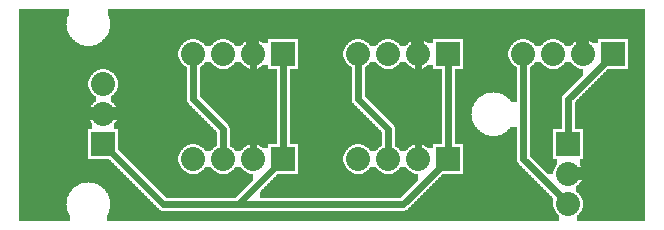
<source format=gtl>
G04 MADE WITH FRITZING*
G04 WWW.FRITZING.ORG*
G04 DOUBLE SIDED*
G04 HOLES PLATED*
G04 CONTOUR ON CENTER OF CONTOUR VECTOR*
%ASAXBY*%
%FSLAX23Y23*%
%MOIN*%
%OFA0B0*%
%SFA1.0B1.0*%
%ADD10C,0.075000*%
%ADD11C,0.080000*%
%ADD12R,0.080000X0.080000*%
%ADD13C,0.024000*%
%LNCOPPER1*%
G90*
G70*
G54D10*
X107Y691D03*
X712Y475D03*
X1262Y475D03*
G54D11*
X2020Y597D03*
X1920Y597D03*
X1820Y597D03*
X1720Y597D03*
X1470Y247D03*
X1370Y247D03*
X1270Y247D03*
X1170Y247D03*
X1470Y597D03*
X1370Y597D03*
X1270Y597D03*
X1170Y597D03*
X920Y247D03*
X820Y247D03*
X720Y247D03*
X620Y247D03*
X920Y597D03*
X820Y597D03*
X720Y597D03*
X620Y597D03*
X320Y297D03*
X320Y397D03*
X320Y497D03*
X1870Y297D03*
X1870Y197D03*
X1870Y97D03*
G54D12*
X2020Y597D03*
X1470Y247D03*
X1470Y597D03*
X920Y247D03*
X920Y597D03*
X320Y297D03*
X1870Y297D03*
G54D13*
X620Y566D02*
X620Y448D01*
D02*
X620Y448D02*
X720Y347D01*
D02*
X720Y347D02*
X720Y279D01*
D02*
X1270Y347D02*
X1270Y279D01*
D02*
X1169Y448D02*
X1270Y347D01*
D02*
X1170Y566D02*
X1169Y448D01*
D02*
X1720Y248D02*
X1720Y566D01*
D02*
X1848Y120D02*
X1720Y248D01*
D02*
X820Y279D02*
X820Y566D01*
D02*
X920Y279D02*
X920Y566D01*
D02*
X1370Y279D02*
X1370Y566D01*
D02*
X1470Y279D02*
X1470Y566D01*
D02*
X1870Y448D02*
X1998Y575D01*
D02*
X1870Y329D02*
X1870Y448D01*
D02*
X769Y97D02*
X1320Y97D01*
D02*
X1320Y97D02*
X1448Y225D01*
D02*
X769Y97D02*
X898Y226D01*
D02*
X519Y97D02*
X769Y97D01*
D02*
X342Y275D02*
X519Y97D01*
G36*
X40Y747D02*
X40Y625D01*
X254Y625D01*
X254Y627D01*
X248Y627D01*
X248Y629D01*
X242Y629D01*
X242Y631D01*
X238Y631D01*
X238Y633D01*
X234Y633D01*
X234Y635D01*
X232Y635D01*
X232Y637D01*
X228Y637D01*
X228Y639D01*
X226Y639D01*
X226Y641D01*
X224Y641D01*
X224Y643D01*
X220Y643D01*
X220Y645D01*
X218Y645D01*
X218Y647D01*
X216Y647D01*
X216Y651D01*
X214Y651D01*
X214Y653D01*
X212Y653D01*
X212Y655D01*
X210Y655D01*
X210Y659D01*
X208Y659D01*
X208Y661D01*
X206Y661D01*
X206Y665D01*
X204Y665D01*
X204Y669D01*
X202Y669D01*
X202Y675D01*
X200Y675D01*
X200Y681D01*
X198Y681D01*
X198Y695D01*
X196Y695D01*
X196Y699D01*
X198Y699D01*
X198Y713D01*
X200Y713D01*
X200Y721D01*
X202Y721D01*
X202Y725D01*
X204Y725D01*
X204Y747D01*
X40Y747D01*
G37*
D02*
G36*
X336Y747D02*
X336Y725D01*
X338Y725D01*
X338Y719D01*
X340Y719D01*
X340Y713D01*
X342Y713D01*
X342Y681D01*
X340Y681D01*
X340Y675D01*
X338Y675D01*
X338Y669D01*
X336Y669D01*
X336Y665D01*
X334Y665D01*
X334Y661D01*
X332Y661D01*
X332Y659D01*
X330Y659D01*
X330Y655D01*
X328Y655D01*
X328Y653D01*
X326Y653D01*
X326Y651D01*
X324Y651D01*
X324Y649D01*
X322Y649D01*
X322Y647D01*
X2070Y647D01*
X2070Y547D01*
X2000Y547D01*
X2000Y545D01*
X1998Y545D01*
X1998Y543D01*
X1996Y543D01*
X1996Y541D01*
X1994Y541D01*
X1994Y539D01*
X1992Y539D01*
X1992Y537D01*
X1990Y537D01*
X1990Y535D01*
X1988Y535D01*
X1988Y533D01*
X1986Y533D01*
X1986Y531D01*
X1984Y531D01*
X1984Y529D01*
X1982Y529D01*
X1982Y527D01*
X1980Y527D01*
X1980Y525D01*
X1978Y525D01*
X1978Y523D01*
X1976Y523D01*
X1976Y521D01*
X1974Y521D01*
X1974Y519D01*
X1972Y519D01*
X1972Y517D01*
X1970Y517D01*
X1970Y515D01*
X1968Y515D01*
X1968Y513D01*
X1966Y513D01*
X1966Y511D01*
X1964Y511D01*
X1964Y509D01*
X1962Y509D01*
X1962Y507D01*
X1960Y507D01*
X1960Y505D01*
X1958Y505D01*
X1958Y503D01*
X1956Y503D01*
X1956Y501D01*
X1954Y501D01*
X1954Y499D01*
X1952Y499D01*
X1952Y497D01*
X1950Y497D01*
X1950Y495D01*
X1948Y495D01*
X1948Y493D01*
X1946Y493D01*
X1946Y491D01*
X1944Y491D01*
X1944Y489D01*
X1942Y489D01*
X1942Y487D01*
X1940Y487D01*
X1940Y485D01*
X1938Y485D01*
X1938Y483D01*
X1936Y483D01*
X1936Y481D01*
X1934Y481D01*
X1934Y479D01*
X1932Y479D01*
X1932Y477D01*
X1930Y477D01*
X1930Y475D01*
X1928Y475D01*
X1928Y473D01*
X1926Y473D01*
X1926Y471D01*
X1924Y471D01*
X1924Y469D01*
X1922Y469D01*
X1922Y467D01*
X1920Y467D01*
X1920Y465D01*
X1918Y465D01*
X1918Y463D01*
X1916Y463D01*
X1916Y461D01*
X1914Y461D01*
X1914Y459D01*
X1912Y459D01*
X1912Y457D01*
X1910Y457D01*
X1910Y455D01*
X1908Y455D01*
X1908Y453D01*
X1906Y453D01*
X1906Y451D01*
X1904Y451D01*
X1904Y449D01*
X1902Y449D01*
X1902Y447D01*
X1900Y447D01*
X1900Y445D01*
X1898Y445D01*
X1898Y443D01*
X1896Y443D01*
X1896Y441D01*
X1894Y441D01*
X1894Y439D01*
X1892Y439D01*
X1892Y347D01*
X1920Y347D01*
X1920Y247D01*
X1908Y247D01*
X1908Y225D01*
X1910Y225D01*
X1910Y223D01*
X1912Y223D01*
X1912Y219D01*
X1914Y219D01*
X1914Y217D01*
X1916Y217D01*
X1916Y211D01*
X1918Y211D01*
X1918Y205D01*
X1920Y205D01*
X1920Y189D01*
X1918Y189D01*
X1918Y183D01*
X1916Y183D01*
X1916Y177D01*
X1914Y177D01*
X1914Y175D01*
X1912Y175D01*
X1912Y171D01*
X1910Y171D01*
X1910Y169D01*
X1908Y169D01*
X1908Y167D01*
X1906Y167D01*
X1906Y163D01*
X1904Y163D01*
X1904Y161D01*
X1900Y161D01*
X1900Y159D01*
X1898Y159D01*
X1898Y157D01*
X1896Y157D01*
X1896Y137D01*
X1898Y137D01*
X1898Y135D01*
X1902Y135D01*
X1902Y133D01*
X1904Y133D01*
X1904Y131D01*
X1906Y131D01*
X1906Y129D01*
X1908Y129D01*
X1908Y125D01*
X1910Y125D01*
X1910Y123D01*
X1912Y123D01*
X1912Y119D01*
X1914Y119D01*
X1914Y117D01*
X1916Y117D01*
X1916Y111D01*
X1918Y111D01*
X1918Y105D01*
X1920Y105D01*
X1920Y89D01*
X1918Y89D01*
X1918Y83D01*
X1916Y83D01*
X1916Y77D01*
X1914Y77D01*
X1914Y75D01*
X1912Y75D01*
X1912Y71D01*
X1910Y71D01*
X1910Y69D01*
X1908Y69D01*
X1908Y67D01*
X1906Y67D01*
X1906Y63D01*
X1904Y63D01*
X1904Y61D01*
X1900Y61D01*
X1900Y41D01*
X2124Y41D01*
X2124Y747D01*
X336Y747D01*
G37*
D02*
G36*
X320Y647D02*
X320Y645D01*
X318Y645D01*
X318Y643D01*
X316Y643D01*
X316Y641D01*
X314Y641D01*
X314Y639D01*
X312Y639D01*
X312Y637D01*
X308Y637D01*
X308Y635D01*
X306Y635D01*
X306Y633D01*
X302Y633D01*
X302Y631D01*
X298Y631D01*
X298Y629D01*
X292Y629D01*
X292Y627D01*
X286Y627D01*
X286Y625D01*
X580Y625D01*
X580Y627D01*
X582Y627D01*
X582Y629D01*
X584Y629D01*
X584Y631D01*
X586Y631D01*
X586Y633D01*
X588Y633D01*
X588Y635D01*
X590Y635D01*
X590Y637D01*
X594Y637D01*
X594Y639D01*
X596Y639D01*
X596Y641D01*
X600Y641D01*
X600Y643D01*
X604Y643D01*
X604Y645D01*
X610Y645D01*
X610Y647D01*
X320Y647D01*
G37*
D02*
G36*
X628Y647D02*
X628Y645D01*
X636Y645D01*
X636Y643D01*
X640Y643D01*
X640Y641D01*
X642Y641D01*
X642Y639D01*
X646Y639D01*
X646Y637D01*
X648Y637D01*
X648Y635D01*
X652Y635D01*
X652Y633D01*
X654Y633D01*
X654Y631D01*
X656Y631D01*
X656Y629D01*
X658Y629D01*
X658Y625D01*
X660Y625D01*
X660Y623D01*
X680Y623D01*
X680Y627D01*
X682Y627D01*
X682Y629D01*
X684Y629D01*
X684Y631D01*
X686Y631D01*
X686Y633D01*
X688Y633D01*
X688Y635D01*
X690Y635D01*
X690Y637D01*
X694Y637D01*
X694Y639D01*
X696Y639D01*
X696Y641D01*
X700Y641D01*
X700Y643D01*
X704Y643D01*
X704Y645D01*
X710Y645D01*
X710Y647D01*
X628Y647D01*
G37*
D02*
G36*
X728Y647D02*
X728Y645D01*
X736Y645D01*
X736Y643D01*
X740Y643D01*
X740Y641D01*
X742Y641D01*
X742Y639D01*
X746Y639D01*
X746Y637D01*
X748Y637D01*
X748Y635D01*
X752Y635D01*
X752Y633D01*
X754Y633D01*
X754Y631D01*
X756Y631D01*
X756Y629D01*
X758Y629D01*
X758Y625D01*
X760Y625D01*
X760Y623D01*
X780Y623D01*
X780Y627D01*
X782Y627D01*
X782Y629D01*
X784Y629D01*
X784Y631D01*
X786Y631D01*
X786Y633D01*
X788Y633D01*
X788Y635D01*
X790Y635D01*
X790Y637D01*
X794Y637D01*
X794Y639D01*
X796Y639D01*
X796Y641D01*
X800Y641D01*
X800Y643D01*
X804Y643D01*
X804Y645D01*
X810Y645D01*
X810Y647D01*
X728Y647D01*
G37*
D02*
G36*
X828Y647D02*
X828Y645D01*
X836Y645D01*
X836Y643D01*
X840Y643D01*
X840Y641D01*
X842Y641D01*
X842Y639D01*
X846Y639D01*
X846Y637D01*
X848Y637D01*
X848Y635D01*
X870Y635D01*
X870Y647D01*
X828Y647D01*
G37*
D02*
G36*
X970Y647D02*
X970Y547D01*
X942Y547D01*
X942Y297D01*
X1178Y297D01*
X1178Y295D01*
X1186Y295D01*
X1186Y293D01*
X1190Y293D01*
X1190Y291D01*
X1192Y291D01*
X1192Y289D01*
X1196Y289D01*
X1196Y287D01*
X1198Y287D01*
X1198Y285D01*
X1202Y285D01*
X1202Y283D01*
X1204Y283D01*
X1204Y281D01*
X1206Y281D01*
X1206Y279D01*
X1208Y279D01*
X1208Y275D01*
X1210Y275D01*
X1210Y273D01*
X1230Y273D01*
X1230Y277D01*
X1232Y277D01*
X1232Y279D01*
X1234Y279D01*
X1234Y281D01*
X1236Y281D01*
X1236Y283D01*
X1238Y283D01*
X1238Y285D01*
X1240Y285D01*
X1240Y287D01*
X1244Y287D01*
X1244Y289D01*
X1246Y289D01*
X1246Y291D01*
X1248Y291D01*
X1248Y339D01*
X1246Y339D01*
X1246Y341D01*
X1244Y341D01*
X1244Y343D01*
X1242Y343D01*
X1242Y345D01*
X1240Y345D01*
X1240Y347D01*
X1238Y347D01*
X1238Y349D01*
X1236Y349D01*
X1236Y351D01*
X1234Y351D01*
X1234Y353D01*
X1232Y353D01*
X1232Y355D01*
X1230Y355D01*
X1230Y357D01*
X1228Y357D01*
X1228Y359D01*
X1226Y359D01*
X1226Y361D01*
X1224Y361D01*
X1224Y363D01*
X1222Y363D01*
X1222Y365D01*
X1220Y365D01*
X1220Y367D01*
X1218Y367D01*
X1218Y369D01*
X1216Y369D01*
X1216Y371D01*
X1214Y371D01*
X1214Y373D01*
X1212Y373D01*
X1212Y375D01*
X1210Y375D01*
X1210Y377D01*
X1208Y377D01*
X1208Y379D01*
X1206Y379D01*
X1206Y381D01*
X1204Y381D01*
X1204Y383D01*
X1202Y383D01*
X1202Y385D01*
X1200Y385D01*
X1200Y387D01*
X1198Y387D01*
X1198Y389D01*
X1196Y389D01*
X1196Y391D01*
X1194Y391D01*
X1194Y393D01*
X1192Y393D01*
X1192Y395D01*
X1190Y395D01*
X1190Y397D01*
X1188Y397D01*
X1188Y399D01*
X1186Y399D01*
X1186Y401D01*
X1184Y401D01*
X1184Y403D01*
X1182Y403D01*
X1182Y405D01*
X1180Y405D01*
X1180Y407D01*
X1178Y407D01*
X1178Y409D01*
X1176Y409D01*
X1176Y411D01*
X1174Y411D01*
X1174Y413D01*
X1172Y413D01*
X1172Y415D01*
X1170Y415D01*
X1170Y417D01*
X1168Y417D01*
X1168Y419D01*
X1166Y419D01*
X1166Y421D01*
X1164Y421D01*
X1164Y423D01*
X1162Y423D01*
X1162Y425D01*
X1160Y425D01*
X1160Y427D01*
X1158Y427D01*
X1158Y429D01*
X1156Y429D01*
X1156Y431D01*
X1154Y431D01*
X1154Y433D01*
X1152Y433D01*
X1152Y435D01*
X1150Y435D01*
X1150Y439D01*
X1148Y439D01*
X1148Y555D01*
X1144Y555D01*
X1144Y557D01*
X1142Y557D01*
X1142Y559D01*
X1138Y559D01*
X1138Y561D01*
X1136Y561D01*
X1136Y563D01*
X1134Y563D01*
X1134Y565D01*
X1132Y565D01*
X1132Y569D01*
X1130Y569D01*
X1130Y571D01*
X1128Y571D01*
X1128Y575D01*
X1126Y575D01*
X1126Y577D01*
X1124Y577D01*
X1124Y581D01*
X1122Y581D01*
X1122Y589D01*
X1120Y589D01*
X1120Y607D01*
X1122Y607D01*
X1122Y613D01*
X1124Y613D01*
X1124Y617D01*
X1126Y617D01*
X1126Y621D01*
X1128Y621D01*
X1128Y623D01*
X1130Y623D01*
X1130Y627D01*
X1132Y627D01*
X1132Y629D01*
X1134Y629D01*
X1134Y631D01*
X1136Y631D01*
X1136Y633D01*
X1138Y633D01*
X1138Y635D01*
X1140Y635D01*
X1140Y637D01*
X1144Y637D01*
X1144Y639D01*
X1146Y639D01*
X1146Y641D01*
X1150Y641D01*
X1150Y643D01*
X1154Y643D01*
X1154Y645D01*
X1160Y645D01*
X1160Y647D01*
X970Y647D01*
G37*
D02*
G36*
X1178Y647D02*
X1178Y645D01*
X1186Y645D01*
X1186Y643D01*
X1190Y643D01*
X1190Y641D01*
X1192Y641D01*
X1192Y639D01*
X1196Y639D01*
X1196Y637D01*
X1198Y637D01*
X1198Y635D01*
X1202Y635D01*
X1202Y633D01*
X1204Y633D01*
X1204Y631D01*
X1206Y631D01*
X1206Y629D01*
X1208Y629D01*
X1208Y625D01*
X1210Y625D01*
X1210Y623D01*
X1230Y623D01*
X1230Y627D01*
X1232Y627D01*
X1232Y629D01*
X1234Y629D01*
X1234Y631D01*
X1236Y631D01*
X1236Y633D01*
X1238Y633D01*
X1238Y635D01*
X1240Y635D01*
X1240Y637D01*
X1244Y637D01*
X1244Y639D01*
X1246Y639D01*
X1246Y641D01*
X1250Y641D01*
X1250Y643D01*
X1254Y643D01*
X1254Y645D01*
X1260Y645D01*
X1260Y647D01*
X1178Y647D01*
G37*
D02*
G36*
X1278Y647D02*
X1278Y645D01*
X1286Y645D01*
X1286Y643D01*
X1290Y643D01*
X1290Y641D01*
X1292Y641D01*
X1292Y639D01*
X1296Y639D01*
X1296Y637D01*
X1298Y637D01*
X1298Y635D01*
X1302Y635D01*
X1302Y633D01*
X1304Y633D01*
X1304Y631D01*
X1306Y631D01*
X1306Y629D01*
X1308Y629D01*
X1308Y625D01*
X1310Y625D01*
X1310Y623D01*
X1330Y623D01*
X1330Y627D01*
X1332Y627D01*
X1332Y629D01*
X1334Y629D01*
X1334Y631D01*
X1336Y631D01*
X1336Y633D01*
X1338Y633D01*
X1338Y635D01*
X1340Y635D01*
X1340Y637D01*
X1344Y637D01*
X1344Y639D01*
X1346Y639D01*
X1346Y641D01*
X1350Y641D01*
X1350Y643D01*
X1354Y643D01*
X1354Y645D01*
X1360Y645D01*
X1360Y647D01*
X1278Y647D01*
G37*
D02*
G36*
X1378Y647D02*
X1378Y645D01*
X1386Y645D01*
X1386Y643D01*
X1390Y643D01*
X1390Y641D01*
X1392Y641D01*
X1392Y639D01*
X1396Y639D01*
X1396Y637D01*
X1398Y637D01*
X1398Y635D01*
X1420Y635D01*
X1420Y647D01*
X1378Y647D01*
G37*
D02*
G36*
X1520Y647D02*
X1520Y547D01*
X1492Y547D01*
X1492Y471D01*
X1622Y471D01*
X1622Y469D01*
X1636Y469D01*
X1636Y467D01*
X1642Y467D01*
X1642Y465D01*
X1648Y465D01*
X1648Y463D01*
X1652Y463D01*
X1652Y461D01*
X1656Y461D01*
X1656Y459D01*
X1658Y459D01*
X1658Y457D01*
X1662Y457D01*
X1662Y455D01*
X1664Y455D01*
X1664Y453D01*
X1666Y453D01*
X1666Y451D01*
X1670Y451D01*
X1670Y449D01*
X1672Y449D01*
X1672Y447D01*
X1674Y447D01*
X1674Y443D01*
X1676Y443D01*
X1676Y441D01*
X1678Y441D01*
X1678Y439D01*
X1698Y439D01*
X1698Y555D01*
X1694Y555D01*
X1694Y557D01*
X1692Y557D01*
X1692Y559D01*
X1688Y559D01*
X1688Y561D01*
X1686Y561D01*
X1686Y563D01*
X1684Y563D01*
X1684Y565D01*
X1682Y565D01*
X1682Y569D01*
X1680Y569D01*
X1680Y571D01*
X1678Y571D01*
X1678Y575D01*
X1676Y575D01*
X1676Y577D01*
X1674Y577D01*
X1674Y581D01*
X1672Y581D01*
X1672Y589D01*
X1670Y589D01*
X1670Y607D01*
X1672Y607D01*
X1672Y613D01*
X1674Y613D01*
X1674Y617D01*
X1676Y617D01*
X1676Y621D01*
X1678Y621D01*
X1678Y623D01*
X1680Y623D01*
X1680Y627D01*
X1682Y627D01*
X1682Y629D01*
X1684Y629D01*
X1684Y631D01*
X1686Y631D01*
X1686Y633D01*
X1688Y633D01*
X1688Y635D01*
X1690Y635D01*
X1690Y637D01*
X1694Y637D01*
X1694Y639D01*
X1696Y639D01*
X1696Y641D01*
X1700Y641D01*
X1700Y643D01*
X1704Y643D01*
X1704Y645D01*
X1710Y645D01*
X1710Y647D01*
X1520Y647D01*
G37*
D02*
G36*
X1728Y647D02*
X1728Y645D01*
X1736Y645D01*
X1736Y643D01*
X1740Y643D01*
X1740Y641D01*
X1742Y641D01*
X1742Y639D01*
X1746Y639D01*
X1746Y637D01*
X1748Y637D01*
X1748Y635D01*
X1752Y635D01*
X1752Y633D01*
X1754Y633D01*
X1754Y631D01*
X1756Y631D01*
X1756Y629D01*
X1758Y629D01*
X1758Y625D01*
X1760Y625D01*
X1760Y623D01*
X1780Y623D01*
X1780Y627D01*
X1782Y627D01*
X1782Y629D01*
X1784Y629D01*
X1784Y631D01*
X1786Y631D01*
X1786Y633D01*
X1788Y633D01*
X1788Y635D01*
X1790Y635D01*
X1790Y637D01*
X1794Y637D01*
X1794Y639D01*
X1796Y639D01*
X1796Y641D01*
X1800Y641D01*
X1800Y643D01*
X1804Y643D01*
X1804Y645D01*
X1810Y645D01*
X1810Y647D01*
X1728Y647D01*
G37*
D02*
G36*
X1828Y647D02*
X1828Y645D01*
X1836Y645D01*
X1836Y643D01*
X1840Y643D01*
X1840Y641D01*
X1842Y641D01*
X1842Y639D01*
X1846Y639D01*
X1846Y637D01*
X1848Y637D01*
X1848Y635D01*
X1852Y635D01*
X1852Y633D01*
X1854Y633D01*
X1854Y631D01*
X1856Y631D01*
X1856Y629D01*
X1858Y629D01*
X1858Y625D01*
X1860Y625D01*
X1860Y623D01*
X1880Y623D01*
X1880Y627D01*
X1882Y627D01*
X1882Y629D01*
X1884Y629D01*
X1884Y631D01*
X1886Y631D01*
X1886Y633D01*
X1888Y633D01*
X1888Y635D01*
X1890Y635D01*
X1890Y637D01*
X1894Y637D01*
X1894Y639D01*
X1896Y639D01*
X1896Y641D01*
X1900Y641D01*
X1900Y643D01*
X1904Y643D01*
X1904Y645D01*
X1910Y645D01*
X1910Y647D01*
X1828Y647D01*
G37*
D02*
G36*
X1928Y647D02*
X1928Y645D01*
X1936Y645D01*
X1936Y643D01*
X1940Y643D01*
X1940Y641D01*
X1942Y641D01*
X1942Y639D01*
X1946Y639D01*
X1946Y637D01*
X1948Y637D01*
X1948Y635D01*
X1970Y635D01*
X1970Y647D01*
X1928Y647D01*
G37*
D02*
G36*
X40Y625D02*
X40Y623D01*
X580Y623D01*
X580Y625D01*
X40Y625D01*
G37*
D02*
G36*
X40Y625D02*
X40Y623D01*
X580Y623D01*
X580Y625D01*
X40Y625D01*
G37*
D02*
G36*
X40Y623D02*
X40Y547D01*
X328Y547D01*
X328Y545D01*
X336Y545D01*
X336Y543D01*
X340Y543D01*
X340Y541D01*
X342Y541D01*
X342Y539D01*
X346Y539D01*
X346Y537D01*
X348Y537D01*
X348Y535D01*
X352Y535D01*
X352Y533D01*
X354Y533D01*
X354Y531D01*
X356Y531D01*
X356Y529D01*
X358Y529D01*
X358Y525D01*
X360Y525D01*
X360Y523D01*
X362Y523D01*
X362Y519D01*
X364Y519D01*
X364Y517D01*
X366Y517D01*
X366Y511D01*
X368Y511D01*
X368Y505D01*
X370Y505D01*
X370Y489D01*
X368Y489D01*
X368Y483D01*
X366Y483D01*
X366Y477D01*
X364Y477D01*
X364Y475D01*
X362Y475D01*
X362Y471D01*
X360Y471D01*
X360Y469D01*
X358Y469D01*
X358Y467D01*
X356Y467D01*
X356Y463D01*
X354Y463D01*
X354Y461D01*
X350Y461D01*
X350Y459D01*
X348Y459D01*
X348Y457D01*
X346Y457D01*
X346Y437D01*
X348Y437D01*
X348Y435D01*
X352Y435D01*
X352Y433D01*
X354Y433D01*
X354Y431D01*
X356Y431D01*
X356Y429D01*
X358Y429D01*
X358Y425D01*
X360Y425D01*
X360Y423D01*
X362Y423D01*
X362Y419D01*
X364Y419D01*
X364Y417D01*
X366Y417D01*
X366Y411D01*
X368Y411D01*
X368Y405D01*
X370Y405D01*
X370Y389D01*
X368Y389D01*
X368Y383D01*
X366Y383D01*
X366Y377D01*
X364Y377D01*
X364Y375D01*
X362Y375D01*
X362Y371D01*
X360Y371D01*
X360Y369D01*
X358Y369D01*
X358Y367D01*
X356Y367D01*
X356Y347D01*
X370Y347D01*
X370Y297D01*
X628Y297D01*
X628Y295D01*
X636Y295D01*
X636Y293D01*
X640Y293D01*
X640Y291D01*
X642Y291D01*
X642Y289D01*
X646Y289D01*
X646Y287D01*
X648Y287D01*
X648Y285D01*
X652Y285D01*
X652Y283D01*
X654Y283D01*
X654Y281D01*
X656Y281D01*
X656Y279D01*
X658Y279D01*
X658Y275D01*
X660Y275D01*
X660Y273D01*
X680Y273D01*
X680Y277D01*
X682Y277D01*
X682Y279D01*
X684Y279D01*
X684Y281D01*
X686Y281D01*
X686Y283D01*
X688Y283D01*
X688Y285D01*
X690Y285D01*
X690Y287D01*
X694Y287D01*
X694Y289D01*
X696Y289D01*
X696Y291D01*
X698Y291D01*
X698Y339D01*
X696Y339D01*
X696Y341D01*
X694Y341D01*
X694Y343D01*
X692Y343D01*
X692Y345D01*
X690Y345D01*
X690Y347D01*
X688Y347D01*
X688Y349D01*
X686Y349D01*
X686Y351D01*
X684Y351D01*
X684Y353D01*
X682Y353D01*
X682Y355D01*
X680Y355D01*
X680Y357D01*
X678Y357D01*
X678Y359D01*
X676Y359D01*
X676Y361D01*
X674Y361D01*
X674Y363D01*
X672Y363D01*
X672Y365D01*
X670Y365D01*
X670Y367D01*
X668Y367D01*
X668Y369D01*
X666Y369D01*
X666Y371D01*
X664Y371D01*
X664Y373D01*
X662Y373D01*
X662Y375D01*
X660Y375D01*
X660Y377D01*
X658Y377D01*
X658Y379D01*
X656Y379D01*
X656Y381D01*
X654Y381D01*
X654Y383D01*
X652Y383D01*
X652Y385D01*
X650Y385D01*
X650Y387D01*
X648Y387D01*
X648Y389D01*
X646Y389D01*
X646Y391D01*
X644Y391D01*
X644Y393D01*
X642Y393D01*
X642Y395D01*
X640Y395D01*
X640Y397D01*
X638Y397D01*
X638Y399D01*
X636Y399D01*
X636Y401D01*
X634Y401D01*
X634Y403D01*
X632Y403D01*
X632Y405D01*
X630Y405D01*
X630Y407D01*
X628Y407D01*
X628Y409D01*
X626Y409D01*
X626Y411D01*
X624Y411D01*
X624Y413D01*
X622Y413D01*
X622Y415D01*
X620Y415D01*
X620Y417D01*
X618Y417D01*
X618Y419D01*
X616Y419D01*
X616Y421D01*
X614Y421D01*
X614Y423D01*
X612Y423D01*
X612Y425D01*
X610Y425D01*
X610Y427D01*
X608Y427D01*
X608Y429D01*
X606Y429D01*
X606Y431D01*
X604Y431D01*
X604Y433D01*
X602Y433D01*
X602Y437D01*
X600Y437D01*
X600Y441D01*
X598Y441D01*
X598Y555D01*
X594Y555D01*
X594Y557D01*
X592Y557D01*
X592Y559D01*
X588Y559D01*
X588Y561D01*
X586Y561D01*
X586Y563D01*
X584Y563D01*
X584Y565D01*
X582Y565D01*
X582Y569D01*
X580Y569D01*
X580Y571D01*
X578Y571D01*
X578Y575D01*
X576Y575D01*
X576Y577D01*
X574Y577D01*
X574Y581D01*
X572Y581D01*
X572Y589D01*
X570Y589D01*
X570Y607D01*
X572Y607D01*
X572Y613D01*
X574Y613D01*
X574Y617D01*
X576Y617D01*
X576Y621D01*
X578Y621D01*
X578Y623D01*
X40Y623D01*
G37*
D02*
G36*
X40Y547D02*
X40Y171D01*
X272Y171D01*
X272Y169D01*
X286Y169D01*
X286Y167D01*
X292Y167D01*
X292Y165D01*
X298Y165D01*
X298Y163D01*
X302Y163D01*
X302Y161D01*
X306Y161D01*
X306Y159D01*
X308Y159D01*
X308Y157D01*
X312Y157D01*
X312Y155D01*
X314Y155D01*
X314Y153D01*
X316Y153D01*
X316Y151D01*
X320Y151D01*
X320Y149D01*
X322Y149D01*
X322Y147D01*
X324Y147D01*
X324Y143D01*
X326Y143D01*
X326Y141D01*
X328Y141D01*
X328Y139D01*
X330Y139D01*
X330Y135D01*
X332Y135D01*
X332Y133D01*
X334Y133D01*
X334Y129D01*
X336Y129D01*
X336Y125D01*
X338Y125D01*
X338Y119D01*
X340Y119D01*
X340Y113D01*
X342Y113D01*
X342Y81D01*
X340Y81D01*
X340Y75D01*
X512Y75D01*
X512Y77D01*
X508Y77D01*
X508Y79D01*
X506Y79D01*
X506Y81D01*
X504Y81D01*
X504Y83D01*
X502Y83D01*
X502Y85D01*
X500Y85D01*
X500Y87D01*
X498Y87D01*
X498Y89D01*
X496Y89D01*
X496Y91D01*
X494Y91D01*
X494Y93D01*
X492Y93D01*
X492Y95D01*
X490Y95D01*
X490Y97D01*
X488Y97D01*
X488Y99D01*
X486Y99D01*
X486Y101D01*
X484Y101D01*
X484Y103D01*
X482Y103D01*
X482Y105D01*
X480Y105D01*
X480Y107D01*
X478Y107D01*
X478Y109D01*
X476Y109D01*
X476Y111D01*
X474Y111D01*
X474Y113D01*
X472Y113D01*
X472Y115D01*
X470Y115D01*
X470Y117D01*
X468Y117D01*
X468Y119D01*
X466Y119D01*
X466Y121D01*
X464Y121D01*
X464Y123D01*
X462Y123D01*
X462Y125D01*
X460Y125D01*
X460Y127D01*
X458Y127D01*
X458Y129D01*
X456Y129D01*
X456Y131D01*
X454Y131D01*
X454Y133D01*
X452Y133D01*
X452Y135D01*
X450Y135D01*
X450Y137D01*
X448Y137D01*
X448Y139D01*
X446Y139D01*
X446Y141D01*
X444Y141D01*
X444Y143D01*
X442Y143D01*
X442Y145D01*
X440Y145D01*
X440Y147D01*
X438Y147D01*
X438Y149D01*
X436Y149D01*
X436Y151D01*
X434Y151D01*
X434Y153D01*
X432Y153D01*
X432Y155D01*
X430Y155D01*
X430Y157D01*
X428Y157D01*
X428Y159D01*
X426Y159D01*
X426Y161D01*
X424Y161D01*
X424Y163D01*
X422Y163D01*
X422Y165D01*
X420Y165D01*
X420Y167D01*
X418Y167D01*
X418Y169D01*
X416Y169D01*
X416Y171D01*
X414Y171D01*
X414Y173D01*
X412Y173D01*
X412Y175D01*
X410Y175D01*
X410Y177D01*
X408Y177D01*
X408Y179D01*
X406Y179D01*
X406Y181D01*
X404Y181D01*
X404Y183D01*
X402Y183D01*
X402Y185D01*
X400Y185D01*
X400Y187D01*
X398Y187D01*
X398Y189D01*
X396Y189D01*
X396Y191D01*
X394Y191D01*
X394Y193D01*
X392Y193D01*
X392Y195D01*
X390Y195D01*
X390Y197D01*
X388Y197D01*
X388Y199D01*
X386Y199D01*
X386Y201D01*
X384Y201D01*
X384Y203D01*
X382Y203D01*
X382Y205D01*
X380Y205D01*
X380Y207D01*
X378Y207D01*
X378Y209D01*
X376Y209D01*
X376Y211D01*
X374Y211D01*
X374Y213D01*
X372Y213D01*
X372Y215D01*
X370Y215D01*
X370Y217D01*
X368Y217D01*
X368Y219D01*
X366Y219D01*
X366Y221D01*
X364Y221D01*
X364Y223D01*
X362Y223D01*
X362Y225D01*
X360Y225D01*
X360Y227D01*
X358Y227D01*
X358Y229D01*
X356Y229D01*
X356Y231D01*
X354Y231D01*
X354Y233D01*
X352Y233D01*
X352Y235D01*
X350Y235D01*
X350Y237D01*
X348Y237D01*
X348Y239D01*
X346Y239D01*
X346Y241D01*
X344Y241D01*
X344Y243D01*
X342Y243D01*
X342Y245D01*
X340Y245D01*
X340Y247D01*
X270Y247D01*
X270Y347D01*
X282Y347D01*
X282Y369D01*
X280Y369D01*
X280Y371D01*
X278Y371D01*
X278Y375D01*
X276Y375D01*
X276Y377D01*
X274Y377D01*
X274Y381D01*
X272Y381D01*
X272Y389D01*
X270Y389D01*
X270Y407D01*
X272Y407D01*
X272Y413D01*
X274Y413D01*
X274Y417D01*
X276Y417D01*
X276Y421D01*
X278Y421D01*
X278Y423D01*
X280Y423D01*
X280Y427D01*
X282Y427D01*
X282Y429D01*
X284Y429D01*
X284Y431D01*
X286Y431D01*
X286Y433D01*
X288Y433D01*
X288Y435D01*
X290Y435D01*
X290Y437D01*
X294Y437D01*
X294Y457D01*
X292Y457D01*
X292Y459D01*
X288Y459D01*
X288Y461D01*
X286Y461D01*
X286Y463D01*
X284Y463D01*
X284Y465D01*
X282Y465D01*
X282Y469D01*
X280Y469D01*
X280Y471D01*
X278Y471D01*
X278Y475D01*
X276Y475D01*
X276Y477D01*
X274Y477D01*
X274Y481D01*
X272Y481D01*
X272Y489D01*
X270Y489D01*
X270Y507D01*
X272Y507D01*
X272Y513D01*
X274Y513D01*
X274Y517D01*
X276Y517D01*
X276Y521D01*
X278Y521D01*
X278Y523D01*
X280Y523D01*
X280Y527D01*
X282Y527D01*
X282Y529D01*
X284Y529D01*
X284Y531D01*
X286Y531D01*
X286Y533D01*
X288Y533D01*
X288Y535D01*
X290Y535D01*
X290Y537D01*
X294Y537D01*
X294Y539D01*
X296Y539D01*
X296Y541D01*
X300Y541D01*
X300Y543D01*
X304Y543D01*
X304Y545D01*
X310Y545D01*
X310Y547D01*
X40Y547D01*
G37*
D02*
G36*
X1492Y471D02*
X1492Y325D01*
X1604Y325D01*
X1604Y327D01*
X1598Y327D01*
X1598Y329D01*
X1592Y329D01*
X1592Y331D01*
X1588Y331D01*
X1588Y333D01*
X1584Y333D01*
X1584Y335D01*
X1582Y335D01*
X1582Y337D01*
X1578Y337D01*
X1578Y339D01*
X1576Y339D01*
X1576Y341D01*
X1574Y341D01*
X1574Y343D01*
X1570Y343D01*
X1570Y345D01*
X1568Y345D01*
X1568Y347D01*
X1566Y347D01*
X1566Y351D01*
X1564Y351D01*
X1564Y353D01*
X1562Y353D01*
X1562Y355D01*
X1560Y355D01*
X1560Y359D01*
X1558Y359D01*
X1558Y361D01*
X1556Y361D01*
X1556Y365D01*
X1554Y365D01*
X1554Y369D01*
X1552Y369D01*
X1552Y375D01*
X1550Y375D01*
X1550Y381D01*
X1548Y381D01*
X1548Y395D01*
X1546Y395D01*
X1546Y399D01*
X1548Y399D01*
X1548Y413D01*
X1550Y413D01*
X1550Y421D01*
X1552Y421D01*
X1552Y425D01*
X1554Y425D01*
X1554Y429D01*
X1556Y429D01*
X1556Y433D01*
X1558Y433D01*
X1558Y437D01*
X1560Y437D01*
X1560Y439D01*
X1562Y439D01*
X1562Y441D01*
X1564Y441D01*
X1564Y445D01*
X1566Y445D01*
X1566Y447D01*
X1568Y447D01*
X1568Y449D01*
X1570Y449D01*
X1570Y451D01*
X1572Y451D01*
X1572Y453D01*
X1576Y453D01*
X1576Y455D01*
X1578Y455D01*
X1578Y457D01*
X1580Y457D01*
X1580Y459D01*
X1584Y459D01*
X1584Y461D01*
X1588Y461D01*
X1588Y463D01*
X1592Y463D01*
X1592Y465D01*
X1596Y465D01*
X1596Y467D01*
X1604Y467D01*
X1604Y469D01*
X1618Y469D01*
X1618Y471D01*
X1492Y471D01*
G37*
D02*
G36*
X1678Y355D02*
X1678Y353D01*
X1676Y353D01*
X1676Y351D01*
X1674Y351D01*
X1674Y349D01*
X1672Y349D01*
X1672Y347D01*
X1670Y347D01*
X1670Y345D01*
X1668Y345D01*
X1668Y343D01*
X1666Y343D01*
X1666Y341D01*
X1664Y341D01*
X1664Y339D01*
X1662Y339D01*
X1662Y337D01*
X1658Y337D01*
X1658Y335D01*
X1656Y335D01*
X1656Y333D01*
X1652Y333D01*
X1652Y331D01*
X1648Y331D01*
X1648Y329D01*
X1642Y329D01*
X1642Y327D01*
X1636Y327D01*
X1636Y325D01*
X1698Y325D01*
X1698Y355D01*
X1678Y355D01*
G37*
D02*
G36*
X1492Y325D02*
X1492Y323D01*
X1698Y323D01*
X1698Y325D01*
X1492Y325D01*
G37*
D02*
G36*
X1492Y325D02*
X1492Y323D01*
X1698Y323D01*
X1698Y325D01*
X1492Y325D01*
G37*
D02*
G36*
X1492Y323D02*
X1492Y297D01*
X1520Y297D01*
X1520Y197D01*
X1450Y197D01*
X1450Y195D01*
X1448Y195D01*
X1448Y193D01*
X1446Y193D01*
X1446Y191D01*
X1444Y191D01*
X1444Y189D01*
X1442Y189D01*
X1442Y187D01*
X1440Y187D01*
X1440Y185D01*
X1438Y185D01*
X1438Y183D01*
X1436Y183D01*
X1436Y181D01*
X1434Y181D01*
X1434Y179D01*
X1432Y179D01*
X1432Y177D01*
X1430Y177D01*
X1430Y175D01*
X1428Y175D01*
X1428Y173D01*
X1426Y173D01*
X1426Y171D01*
X1424Y171D01*
X1424Y169D01*
X1422Y169D01*
X1422Y167D01*
X1420Y167D01*
X1420Y165D01*
X1418Y165D01*
X1418Y163D01*
X1416Y163D01*
X1416Y161D01*
X1414Y161D01*
X1414Y159D01*
X1412Y159D01*
X1412Y157D01*
X1410Y157D01*
X1410Y155D01*
X1408Y155D01*
X1408Y153D01*
X1406Y153D01*
X1406Y151D01*
X1404Y151D01*
X1404Y149D01*
X1402Y149D01*
X1402Y147D01*
X1400Y147D01*
X1400Y145D01*
X1398Y145D01*
X1398Y143D01*
X1396Y143D01*
X1396Y141D01*
X1394Y141D01*
X1394Y139D01*
X1392Y139D01*
X1392Y137D01*
X1390Y137D01*
X1390Y135D01*
X1388Y135D01*
X1388Y133D01*
X1386Y133D01*
X1386Y131D01*
X1384Y131D01*
X1384Y129D01*
X1382Y129D01*
X1382Y127D01*
X1380Y127D01*
X1380Y125D01*
X1378Y125D01*
X1378Y123D01*
X1376Y123D01*
X1376Y121D01*
X1374Y121D01*
X1374Y119D01*
X1372Y119D01*
X1372Y117D01*
X1370Y117D01*
X1370Y115D01*
X1368Y115D01*
X1368Y113D01*
X1366Y113D01*
X1366Y111D01*
X1364Y111D01*
X1364Y109D01*
X1362Y109D01*
X1362Y107D01*
X1360Y107D01*
X1360Y105D01*
X1358Y105D01*
X1358Y103D01*
X1356Y103D01*
X1356Y101D01*
X1354Y101D01*
X1354Y99D01*
X1352Y99D01*
X1352Y97D01*
X1350Y97D01*
X1350Y95D01*
X1348Y95D01*
X1348Y93D01*
X1346Y93D01*
X1346Y91D01*
X1344Y91D01*
X1344Y89D01*
X1342Y89D01*
X1342Y87D01*
X1340Y87D01*
X1340Y85D01*
X1338Y85D01*
X1338Y83D01*
X1336Y83D01*
X1336Y81D01*
X1334Y81D01*
X1334Y79D01*
X1332Y79D01*
X1332Y77D01*
X1326Y77D01*
X1326Y75D01*
X1826Y75D01*
X1826Y77D01*
X1824Y77D01*
X1824Y81D01*
X1822Y81D01*
X1822Y89D01*
X1820Y89D01*
X1820Y117D01*
X1818Y117D01*
X1818Y119D01*
X1816Y119D01*
X1816Y121D01*
X1814Y121D01*
X1814Y123D01*
X1812Y123D01*
X1812Y125D01*
X1810Y125D01*
X1810Y127D01*
X1808Y127D01*
X1808Y129D01*
X1806Y129D01*
X1806Y131D01*
X1804Y131D01*
X1804Y133D01*
X1802Y133D01*
X1802Y135D01*
X1800Y135D01*
X1800Y137D01*
X1798Y137D01*
X1798Y139D01*
X1796Y139D01*
X1796Y141D01*
X1794Y141D01*
X1794Y143D01*
X1792Y143D01*
X1792Y145D01*
X1790Y145D01*
X1790Y147D01*
X1788Y147D01*
X1788Y149D01*
X1786Y149D01*
X1786Y151D01*
X1784Y151D01*
X1784Y153D01*
X1782Y153D01*
X1782Y155D01*
X1780Y155D01*
X1780Y157D01*
X1778Y157D01*
X1778Y159D01*
X1776Y159D01*
X1776Y161D01*
X1774Y161D01*
X1774Y163D01*
X1772Y163D01*
X1772Y165D01*
X1770Y165D01*
X1770Y167D01*
X1768Y167D01*
X1768Y169D01*
X1766Y169D01*
X1766Y171D01*
X1764Y171D01*
X1764Y173D01*
X1762Y173D01*
X1762Y175D01*
X1760Y175D01*
X1760Y177D01*
X1758Y177D01*
X1758Y179D01*
X1756Y179D01*
X1756Y181D01*
X1754Y181D01*
X1754Y183D01*
X1752Y183D01*
X1752Y185D01*
X1750Y185D01*
X1750Y187D01*
X1748Y187D01*
X1748Y189D01*
X1746Y189D01*
X1746Y191D01*
X1744Y191D01*
X1744Y193D01*
X1742Y193D01*
X1742Y195D01*
X1740Y195D01*
X1740Y197D01*
X1738Y197D01*
X1738Y199D01*
X1736Y199D01*
X1736Y201D01*
X1734Y201D01*
X1734Y203D01*
X1732Y203D01*
X1732Y205D01*
X1730Y205D01*
X1730Y207D01*
X1728Y207D01*
X1728Y209D01*
X1726Y209D01*
X1726Y211D01*
X1724Y211D01*
X1724Y213D01*
X1722Y213D01*
X1722Y215D01*
X1720Y215D01*
X1720Y217D01*
X1718Y217D01*
X1718Y219D01*
X1716Y219D01*
X1716Y221D01*
X1714Y221D01*
X1714Y223D01*
X1712Y223D01*
X1712Y225D01*
X1710Y225D01*
X1710Y227D01*
X1708Y227D01*
X1708Y229D01*
X1706Y229D01*
X1706Y231D01*
X1704Y231D01*
X1704Y233D01*
X1702Y233D01*
X1702Y237D01*
X1700Y237D01*
X1700Y241D01*
X1698Y241D01*
X1698Y323D01*
X1492Y323D01*
G37*
D02*
G36*
X370Y297D02*
X370Y277D01*
X372Y277D01*
X372Y275D01*
X374Y275D01*
X374Y273D01*
X376Y273D01*
X376Y271D01*
X378Y271D01*
X378Y269D01*
X380Y269D01*
X380Y267D01*
X382Y267D01*
X382Y265D01*
X384Y265D01*
X384Y263D01*
X386Y263D01*
X386Y261D01*
X388Y261D01*
X388Y259D01*
X390Y259D01*
X390Y257D01*
X392Y257D01*
X392Y255D01*
X394Y255D01*
X394Y253D01*
X396Y253D01*
X396Y251D01*
X398Y251D01*
X398Y249D01*
X400Y249D01*
X400Y247D01*
X402Y247D01*
X402Y245D01*
X404Y245D01*
X404Y243D01*
X406Y243D01*
X406Y241D01*
X408Y241D01*
X408Y239D01*
X410Y239D01*
X410Y237D01*
X412Y237D01*
X412Y235D01*
X414Y235D01*
X414Y233D01*
X416Y233D01*
X416Y231D01*
X418Y231D01*
X418Y229D01*
X420Y229D01*
X420Y227D01*
X422Y227D01*
X422Y225D01*
X424Y225D01*
X424Y223D01*
X426Y223D01*
X426Y221D01*
X428Y221D01*
X428Y219D01*
X430Y219D01*
X430Y217D01*
X432Y217D01*
X432Y215D01*
X434Y215D01*
X434Y213D01*
X436Y213D01*
X436Y211D01*
X438Y211D01*
X438Y209D01*
X440Y209D01*
X440Y207D01*
X442Y207D01*
X442Y205D01*
X444Y205D01*
X444Y203D01*
X446Y203D01*
X446Y201D01*
X448Y201D01*
X448Y199D01*
X450Y199D01*
X450Y197D01*
X612Y197D01*
X612Y199D01*
X606Y199D01*
X606Y201D01*
X600Y201D01*
X600Y203D01*
X598Y203D01*
X598Y205D01*
X594Y205D01*
X594Y207D01*
X592Y207D01*
X592Y209D01*
X588Y209D01*
X588Y211D01*
X586Y211D01*
X586Y213D01*
X584Y213D01*
X584Y215D01*
X582Y215D01*
X582Y219D01*
X580Y219D01*
X580Y221D01*
X578Y221D01*
X578Y225D01*
X576Y225D01*
X576Y227D01*
X574Y227D01*
X574Y231D01*
X572Y231D01*
X572Y239D01*
X570Y239D01*
X570Y257D01*
X572Y257D01*
X572Y263D01*
X574Y263D01*
X574Y267D01*
X576Y267D01*
X576Y271D01*
X578Y271D01*
X578Y273D01*
X580Y273D01*
X580Y277D01*
X582Y277D01*
X582Y279D01*
X584Y279D01*
X584Y281D01*
X586Y281D01*
X586Y283D01*
X588Y283D01*
X588Y285D01*
X590Y285D01*
X590Y287D01*
X594Y287D01*
X594Y289D01*
X596Y289D01*
X596Y291D01*
X600Y291D01*
X600Y293D01*
X604Y293D01*
X604Y295D01*
X610Y295D01*
X610Y297D01*
X370Y297D01*
G37*
D02*
G36*
X970Y297D02*
X970Y197D01*
X1162Y197D01*
X1162Y199D01*
X1156Y199D01*
X1156Y201D01*
X1150Y201D01*
X1150Y203D01*
X1148Y203D01*
X1148Y205D01*
X1144Y205D01*
X1144Y207D01*
X1142Y207D01*
X1142Y209D01*
X1138Y209D01*
X1138Y211D01*
X1136Y211D01*
X1136Y213D01*
X1134Y213D01*
X1134Y215D01*
X1132Y215D01*
X1132Y219D01*
X1130Y219D01*
X1130Y221D01*
X1128Y221D01*
X1128Y225D01*
X1126Y225D01*
X1126Y227D01*
X1124Y227D01*
X1124Y231D01*
X1122Y231D01*
X1122Y239D01*
X1120Y239D01*
X1120Y257D01*
X1122Y257D01*
X1122Y263D01*
X1124Y263D01*
X1124Y267D01*
X1126Y267D01*
X1126Y271D01*
X1128Y271D01*
X1128Y273D01*
X1130Y273D01*
X1130Y277D01*
X1132Y277D01*
X1132Y279D01*
X1134Y279D01*
X1134Y281D01*
X1136Y281D01*
X1136Y283D01*
X1138Y283D01*
X1138Y285D01*
X1140Y285D01*
X1140Y287D01*
X1144Y287D01*
X1144Y289D01*
X1146Y289D01*
X1146Y291D01*
X1150Y291D01*
X1150Y293D01*
X1154Y293D01*
X1154Y295D01*
X1160Y295D01*
X1160Y297D01*
X970Y297D01*
G37*
D02*
G36*
X660Y221D02*
X660Y219D01*
X658Y219D01*
X658Y217D01*
X656Y217D01*
X656Y213D01*
X654Y213D01*
X654Y211D01*
X650Y211D01*
X650Y209D01*
X648Y209D01*
X648Y207D01*
X646Y207D01*
X646Y205D01*
X642Y205D01*
X642Y203D01*
X640Y203D01*
X640Y201D01*
X634Y201D01*
X634Y199D01*
X628Y199D01*
X628Y197D01*
X712Y197D01*
X712Y199D01*
X706Y199D01*
X706Y201D01*
X700Y201D01*
X700Y203D01*
X698Y203D01*
X698Y205D01*
X694Y205D01*
X694Y207D01*
X692Y207D01*
X692Y209D01*
X688Y209D01*
X688Y211D01*
X686Y211D01*
X686Y213D01*
X684Y213D01*
X684Y215D01*
X682Y215D01*
X682Y219D01*
X680Y219D01*
X680Y221D01*
X660Y221D01*
G37*
D02*
G36*
X760Y221D02*
X760Y219D01*
X758Y219D01*
X758Y217D01*
X756Y217D01*
X756Y213D01*
X754Y213D01*
X754Y211D01*
X750Y211D01*
X750Y209D01*
X748Y209D01*
X748Y207D01*
X746Y207D01*
X746Y205D01*
X742Y205D01*
X742Y203D01*
X740Y203D01*
X740Y201D01*
X734Y201D01*
X734Y199D01*
X728Y199D01*
X728Y197D01*
X812Y197D01*
X812Y199D01*
X806Y199D01*
X806Y201D01*
X800Y201D01*
X800Y203D01*
X798Y203D01*
X798Y205D01*
X794Y205D01*
X794Y207D01*
X792Y207D01*
X792Y209D01*
X788Y209D01*
X788Y211D01*
X786Y211D01*
X786Y213D01*
X784Y213D01*
X784Y215D01*
X782Y215D01*
X782Y219D01*
X780Y219D01*
X780Y221D01*
X760Y221D01*
G37*
D02*
G36*
X1210Y221D02*
X1210Y219D01*
X1208Y219D01*
X1208Y217D01*
X1206Y217D01*
X1206Y213D01*
X1204Y213D01*
X1204Y211D01*
X1200Y211D01*
X1200Y209D01*
X1198Y209D01*
X1198Y207D01*
X1196Y207D01*
X1196Y205D01*
X1192Y205D01*
X1192Y203D01*
X1190Y203D01*
X1190Y201D01*
X1184Y201D01*
X1184Y199D01*
X1178Y199D01*
X1178Y197D01*
X1262Y197D01*
X1262Y199D01*
X1256Y199D01*
X1256Y201D01*
X1250Y201D01*
X1250Y203D01*
X1248Y203D01*
X1248Y205D01*
X1244Y205D01*
X1244Y207D01*
X1242Y207D01*
X1242Y209D01*
X1238Y209D01*
X1238Y211D01*
X1236Y211D01*
X1236Y213D01*
X1234Y213D01*
X1234Y215D01*
X1232Y215D01*
X1232Y219D01*
X1230Y219D01*
X1230Y221D01*
X1210Y221D01*
G37*
D02*
G36*
X1310Y221D02*
X1310Y219D01*
X1308Y219D01*
X1308Y217D01*
X1306Y217D01*
X1306Y213D01*
X1304Y213D01*
X1304Y211D01*
X1300Y211D01*
X1300Y209D01*
X1298Y209D01*
X1298Y207D01*
X1296Y207D01*
X1296Y205D01*
X1292Y205D01*
X1292Y203D01*
X1290Y203D01*
X1290Y201D01*
X1284Y201D01*
X1284Y199D01*
X1278Y199D01*
X1278Y197D01*
X1362Y197D01*
X1362Y199D01*
X1356Y199D01*
X1356Y201D01*
X1350Y201D01*
X1350Y203D01*
X1348Y203D01*
X1348Y205D01*
X1344Y205D01*
X1344Y207D01*
X1342Y207D01*
X1342Y209D01*
X1338Y209D01*
X1338Y211D01*
X1336Y211D01*
X1336Y213D01*
X1334Y213D01*
X1334Y215D01*
X1332Y215D01*
X1332Y219D01*
X1330Y219D01*
X1330Y221D01*
X1310Y221D01*
G37*
D02*
G36*
X452Y197D02*
X452Y195D01*
X820Y195D01*
X820Y197D01*
X452Y197D01*
G37*
D02*
G36*
X452Y197D02*
X452Y195D01*
X820Y195D01*
X820Y197D01*
X452Y197D01*
G37*
D02*
G36*
X452Y197D02*
X452Y195D01*
X820Y195D01*
X820Y197D01*
X452Y197D01*
G37*
D02*
G36*
X900Y197D02*
X900Y195D01*
X1370Y195D01*
X1370Y197D01*
X900Y197D01*
G37*
D02*
G36*
X900Y197D02*
X900Y195D01*
X1370Y195D01*
X1370Y197D01*
X900Y197D01*
G37*
D02*
G36*
X900Y197D02*
X900Y195D01*
X1370Y195D01*
X1370Y197D01*
X900Y197D01*
G37*
D02*
G36*
X454Y195D02*
X454Y193D01*
X456Y193D01*
X456Y191D01*
X458Y191D01*
X458Y189D01*
X460Y189D01*
X460Y187D01*
X462Y187D01*
X462Y185D01*
X464Y185D01*
X464Y183D01*
X466Y183D01*
X466Y181D01*
X468Y181D01*
X468Y179D01*
X470Y179D01*
X470Y177D01*
X472Y177D01*
X472Y175D01*
X474Y175D01*
X474Y173D01*
X476Y173D01*
X476Y171D01*
X478Y171D01*
X478Y169D01*
X480Y169D01*
X480Y167D01*
X482Y167D01*
X482Y165D01*
X484Y165D01*
X484Y163D01*
X486Y163D01*
X486Y161D01*
X488Y161D01*
X488Y159D01*
X490Y159D01*
X490Y157D01*
X492Y157D01*
X492Y155D01*
X494Y155D01*
X494Y153D01*
X496Y153D01*
X496Y151D01*
X498Y151D01*
X498Y149D01*
X500Y149D01*
X500Y147D01*
X502Y147D01*
X502Y145D01*
X504Y145D01*
X504Y143D01*
X506Y143D01*
X506Y141D01*
X508Y141D01*
X508Y139D01*
X510Y139D01*
X510Y137D01*
X512Y137D01*
X512Y135D01*
X514Y135D01*
X514Y133D01*
X516Y133D01*
X516Y131D01*
X518Y131D01*
X518Y129D01*
X520Y129D01*
X520Y127D01*
X522Y127D01*
X522Y125D01*
X524Y125D01*
X524Y123D01*
X526Y123D01*
X526Y121D01*
X528Y121D01*
X528Y119D01*
X762Y119D01*
X762Y121D01*
X764Y121D01*
X764Y123D01*
X766Y123D01*
X766Y125D01*
X768Y125D01*
X768Y127D01*
X770Y127D01*
X770Y129D01*
X772Y129D01*
X772Y131D01*
X774Y131D01*
X774Y133D01*
X776Y133D01*
X776Y135D01*
X778Y135D01*
X778Y137D01*
X780Y137D01*
X780Y139D01*
X782Y139D01*
X782Y141D01*
X784Y141D01*
X784Y143D01*
X786Y143D01*
X786Y145D01*
X788Y145D01*
X788Y147D01*
X790Y147D01*
X790Y149D01*
X792Y149D01*
X792Y151D01*
X794Y151D01*
X794Y153D01*
X796Y153D01*
X796Y155D01*
X798Y155D01*
X798Y157D01*
X800Y157D01*
X800Y159D01*
X802Y159D01*
X802Y161D01*
X804Y161D01*
X804Y163D01*
X806Y163D01*
X806Y165D01*
X808Y165D01*
X808Y167D01*
X810Y167D01*
X810Y169D01*
X812Y169D01*
X812Y171D01*
X814Y171D01*
X814Y173D01*
X816Y173D01*
X816Y175D01*
X818Y175D01*
X818Y177D01*
X820Y177D01*
X820Y195D01*
X454Y195D01*
G37*
D02*
G36*
X898Y195D02*
X898Y193D01*
X896Y193D01*
X896Y191D01*
X894Y191D01*
X894Y189D01*
X892Y189D01*
X892Y187D01*
X890Y187D01*
X890Y185D01*
X888Y185D01*
X888Y183D01*
X886Y183D01*
X886Y181D01*
X884Y181D01*
X884Y179D01*
X882Y179D01*
X882Y177D01*
X880Y177D01*
X880Y175D01*
X878Y175D01*
X878Y173D01*
X876Y173D01*
X876Y171D01*
X874Y171D01*
X874Y169D01*
X872Y169D01*
X872Y167D01*
X870Y167D01*
X870Y165D01*
X868Y165D01*
X868Y163D01*
X866Y163D01*
X866Y161D01*
X864Y161D01*
X864Y159D01*
X862Y159D01*
X862Y157D01*
X860Y157D01*
X860Y155D01*
X858Y155D01*
X858Y153D01*
X856Y153D01*
X856Y151D01*
X854Y151D01*
X854Y149D01*
X852Y149D01*
X852Y147D01*
X850Y147D01*
X850Y145D01*
X848Y145D01*
X848Y143D01*
X846Y143D01*
X846Y141D01*
X844Y141D01*
X844Y139D01*
X842Y139D01*
X842Y119D01*
X1312Y119D01*
X1312Y121D01*
X1314Y121D01*
X1314Y123D01*
X1316Y123D01*
X1316Y125D01*
X1318Y125D01*
X1318Y127D01*
X1320Y127D01*
X1320Y129D01*
X1322Y129D01*
X1322Y131D01*
X1324Y131D01*
X1324Y133D01*
X1326Y133D01*
X1326Y135D01*
X1328Y135D01*
X1328Y137D01*
X1330Y137D01*
X1330Y139D01*
X1332Y139D01*
X1332Y141D01*
X1334Y141D01*
X1334Y143D01*
X1336Y143D01*
X1336Y145D01*
X1338Y145D01*
X1338Y147D01*
X1340Y147D01*
X1340Y149D01*
X1342Y149D01*
X1342Y151D01*
X1344Y151D01*
X1344Y153D01*
X1346Y153D01*
X1346Y155D01*
X1348Y155D01*
X1348Y157D01*
X1350Y157D01*
X1350Y159D01*
X1352Y159D01*
X1352Y161D01*
X1354Y161D01*
X1354Y163D01*
X1356Y163D01*
X1356Y165D01*
X1358Y165D01*
X1358Y167D01*
X1360Y167D01*
X1360Y169D01*
X1362Y169D01*
X1362Y171D01*
X1364Y171D01*
X1364Y173D01*
X1366Y173D01*
X1366Y175D01*
X1368Y175D01*
X1368Y177D01*
X1370Y177D01*
X1370Y195D01*
X898Y195D01*
G37*
D02*
G36*
X40Y171D02*
X40Y41D01*
X208Y41D01*
X208Y61D01*
X206Y61D01*
X206Y65D01*
X204Y65D01*
X204Y69D01*
X202Y69D01*
X202Y75D01*
X200Y75D01*
X200Y81D01*
X198Y81D01*
X198Y95D01*
X196Y95D01*
X196Y99D01*
X198Y99D01*
X198Y113D01*
X200Y113D01*
X200Y121D01*
X202Y121D01*
X202Y125D01*
X204Y125D01*
X204Y129D01*
X206Y129D01*
X206Y133D01*
X208Y133D01*
X208Y137D01*
X210Y137D01*
X210Y139D01*
X212Y139D01*
X212Y141D01*
X214Y141D01*
X214Y145D01*
X216Y145D01*
X216Y147D01*
X218Y147D01*
X218Y149D01*
X220Y149D01*
X220Y151D01*
X222Y151D01*
X222Y153D01*
X226Y153D01*
X226Y155D01*
X228Y155D01*
X228Y157D01*
X230Y157D01*
X230Y159D01*
X234Y159D01*
X234Y161D01*
X238Y161D01*
X238Y163D01*
X242Y163D01*
X242Y165D01*
X246Y165D01*
X246Y167D01*
X254Y167D01*
X254Y169D01*
X268Y169D01*
X268Y171D01*
X40Y171D01*
G37*
D02*
G36*
X338Y75D02*
X338Y73D01*
X1828Y73D01*
X1828Y75D01*
X338Y75D01*
G37*
D02*
G36*
X338Y75D02*
X338Y73D01*
X1828Y73D01*
X1828Y75D01*
X338Y75D01*
G37*
D02*
G36*
X338Y73D02*
X338Y69D01*
X336Y69D01*
X336Y65D01*
X334Y65D01*
X334Y61D01*
X332Y61D01*
X332Y41D01*
X1838Y41D01*
X1838Y61D01*
X1836Y61D01*
X1836Y63D01*
X1834Y63D01*
X1834Y65D01*
X1832Y65D01*
X1832Y69D01*
X1830Y69D01*
X1830Y71D01*
X1828Y71D01*
X1828Y73D01*
X338Y73D01*
G37*
D02*
G36*
X660Y571D02*
X660Y569D01*
X658Y569D01*
X658Y567D01*
X656Y567D01*
X656Y563D01*
X654Y563D01*
X654Y561D01*
X650Y561D01*
X650Y559D01*
X648Y559D01*
X648Y557D01*
X646Y557D01*
X646Y555D01*
X642Y555D01*
X642Y547D01*
X712Y547D01*
X712Y549D01*
X706Y549D01*
X706Y551D01*
X700Y551D01*
X700Y553D01*
X698Y553D01*
X698Y555D01*
X694Y555D01*
X694Y557D01*
X692Y557D01*
X692Y559D01*
X688Y559D01*
X688Y561D01*
X686Y561D01*
X686Y563D01*
X684Y563D01*
X684Y565D01*
X682Y565D01*
X682Y569D01*
X680Y569D01*
X680Y571D01*
X660Y571D01*
G37*
D02*
G36*
X760Y571D02*
X760Y569D01*
X758Y569D01*
X758Y567D01*
X756Y567D01*
X756Y563D01*
X754Y563D01*
X754Y561D01*
X750Y561D01*
X750Y559D01*
X748Y559D01*
X748Y557D01*
X746Y557D01*
X746Y555D01*
X742Y555D01*
X742Y553D01*
X740Y553D01*
X740Y551D01*
X734Y551D01*
X734Y549D01*
X728Y549D01*
X728Y547D01*
X812Y547D01*
X812Y549D01*
X806Y549D01*
X806Y551D01*
X800Y551D01*
X800Y553D01*
X798Y553D01*
X798Y555D01*
X794Y555D01*
X794Y557D01*
X792Y557D01*
X792Y559D01*
X788Y559D01*
X788Y561D01*
X786Y561D01*
X786Y563D01*
X784Y563D01*
X784Y565D01*
X782Y565D01*
X782Y569D01*
X780Y569D01*
X780Y571D01*
X760Y571D01*
G37*
D02*
G36*
X850Y561D02*
X850Y559D01*
X848Y559D01*
X848Y557D01*
X846Y557D01*
X846Y555D01*
X842Y555D01*
X842Y553D01*
X840Y553D01*
X840Y551D01*
X834Y551D01*
X834Y549D01*
X828Y549D01*
X828Y547D01*
X870Y547D01*
X870Y561D01*
X850Y561D01*
G37*
D02*
G36*
X642Y547D02*
X642Y545D01*
X898Y545D01*
X898Y547D01*
X642Y547D01*
G37*
D02*
G36*
X642Y547D02*
X642Y545D01*
X898Y545D01*
X898Y547D01*
X642Y547D01*
G37*
D02*
G36*
X642Y547D02*
X642Y545D01*
X898Y545D01*
X898Y547D01*
X642Y547D01*
G37*
D02*
G36*
X642Y545D02*
X642Y455D01*
X644Y455D01*
X644Y453D01*
X646Y453D01*
X646Y451D01*
X648Y451D01*
X648Y449D01*
X650Y449D01*
X650Y447D01*
X652Y447D01*
X652Y445D01*
X654Y445D01*
X654Y443D01*
X656Y443D01*
X656Y441D01*
X658Y441D01*
X658Y439D01*
X660Y439D01*
X660Y437D01*
X662Y437D01*
X662Y435D01*
X664Y435D01*
X664Y433D01*
X666Y433D01*
X666Y431D01*
X668Y431D01*
X668Y429D01*
X670Y429D01*
X670Y427D01*
X672Y427D01*
X672Y425D01*
X674Y425D01*
X674Y423D01*
X676Y423D01*
X676Y421D01*
X678Y421D01*
X678Y419D01*
X680Y419D01*
X680Y417D01*
X682Y417D01*
X682Y415D01*
X684Y415D01*
X684Y413D01*
X686Y413D01*
X686Y411D01*
X688Y411D01*
X688Y409D01*
X690Y409D01*
X690Y407D01*
X692Y407D01*
X692Y405D01*
X694Y405D01*
X694Y403D01*
X696Y403D01*
X696Y401D01*
X698Y401D01*
X698Y399D01*
X700Y399D01*
X700Y397D01*
X702Y397D01*
X702Y395D01*
X704Y395D01*
X704Y393D01*
X706Y393D01*
X706Y391D01*
X708Y391D01*
X708Y389D01*
X710Y389D01*
X710Y387D01*
X712Y387D01*
X712Y385D01*
X714Y385D01*
X714Y383D01*
X716Y383D01*
X716Y381D01*
X718Y381D01*
X718Y379D01*
X720Y379D01*
X720Y377D01*
X722Y377D01*
X722Y375D01*
X724Y375D01*
X724Y373D01*
X726Y373D01*
X726Y371D01*
X728Y371D01*
X728Y369D01*
X730Y369D01*
X730Y367D01*
X732Y367D01*
X732Y365D01*
X734Y365D01*
X734Y363D01*
X736Y363D01*
X736Y359D01*
X738Y359D01*
X738Y357D01*
X740Y357D01*
X740Y351D01*
X742Y351D01*
X742Y297D01*
X828Y297D01*
X828Y295D01*
X836Y295D01*
X836Y293D01*
X840Y293D01*
X840Y291D01*
X842Y291D01*
X842Y289D01*
X846Y289D01*
X846Y287D01*
X848Y287D01*
X848Y285D01*
X870Y285D01*
X870Y297D01*
X898Y297D01*
X898Y545D01*
X642Y545D01*
G37*
D02*
G36*
X742Y297D02*
X742Y289D01*
X746Y289D01*
X746Y287D01*
X748Y287D01*
X748Y285D01*
X752Y285D01*
X752Y283D01*
X754Y283D01*
X754Y281D01*
X756Y281D01*
X756Y279D01*
X758Y279D01*
X758Y275D01*
X760Y275D01*
X760Y273D01*
X780Y273D01*
X780Y277D01*
X782Y277D01*
X782Y279D01*
X784Y279D01*
X784Y281D01*
X786Y281D01*
X786Y283D01*
X788Y283D01*
X788Y285D01*
X790Y285D01*
X790Y287D01*
X794Y287D01*
X794Y289D01*
X796Y289D01*
X796Y291D01*
X800Y291D01*
X800Y293D01*
X804Y293D01*
X804Y295D01*
X810Y295D01*
X810Y297D01*
X742Y297D01*
G37*
D02*
G36*
X1210Y571D02*
X1210Y569D01*
X1208Y569D01*
X1208Y567D01*
X1206Y567D01*
X1206Y563D01*
X1204Y563D01*
X1204Y561D01*
X1200Y561D01*
X1200Y559D01*
X1198Y559D01*
X1198Y557D01*
X1196Y557D01*
X1196Y555D01*
X1192Y555D01*
X1192Y547D01*
X1262Y547D01*
X1262Y549D01*
X1256Y549D01*
X1256Y551D01*
X1250Y551D01*
X1250Y553D01*
X1248Y553D01*
X1248Y555D01*
X1244Y555D01*
X1244Y557D01*
X1242Y557D01*
X1242Y559D01*
X1238Y559D01*
X1238Y561D01*
X1236Y561D01*
X1236Y563D01*
X1234Y563D01*
X1234Y565D01*
X1232Y565D01*
X1232Y569D01*
X1230Y569D01*
X1230Y571D01*
X1210Y571D01*
G37*
D02*
G36*
X1310Y571D02*
X1310Y569D01*
X1308Y569D01*
X1308Y567D01*
X1306Y567D01*
X1306Y563D01*
X1304Y563D01*
X1304Y561D01*
X1300Y561D01*
X1300Y559D01*
X1298Y559D01*
X1298Y557D01*
X1296Y557D01*
X1296Y555D01*
X1292Y555D01*
X1292Y553D01*
X1290Y553D01*
X1290Y551D01*
X1284Y551D01*
X1284Y549D01*
X1278Y549D01*
X1278Y547D01*
X1362Y547D01*
X1362Y549D01*
X1356Y549D01*
X1356Y551D01*
X1350Y551D01*
X1350Y553D01*
X1348Y553D01*
X1348Y555D01*
X1344Y555D01*
X1344Y557D01*
X1342Y557D01*
X1342Y559D01*
X1338Y559D01*
X1338Y561D01*
X1336Y561D01*
X1336Y563D01*
X1334Y563D01*
X1334Y565D01*
X1332Y565D01*
X1332Y569D01*
X1330Y569D01*
X1330Y571D01*
X1310Y571D01*
G37*
D02*
G36*
X1400Y561D02*
X1400Y559D01*
X1398Y559D01*
X1398Y557D01*
X1396Y557D01*
X1396Y555D01*
X1392Y555D01*
X1392Y553D01*
X1390Y553D01*
X1390Y551D01*
X1384Y551D01*
X1384Y549D01*
X1378Y549D01*
X1378Y547D01*
X1420Y547D01*
X1420Y561D01*
X1400Y561D01*
G37*
D02*
G36*
X1192Y547D02*
X1192Y545D01*
X1448Y545D01*
X1448Y547D01*
X1192Y547D01*
G37*
D02*
G36*
X1192Y547D02*
X1192Y545D01*
X1448Y545D01*
X1448Y547D01*
X1192Y547D01*
G37*
D02*
G36*
X1192Y547D02*
X1192Y545D01*
X1448Y545D01*
X1448Y547D01*
X1192Y547D01*
G37*
D02*
G36*
X1192Y545D02*
X1192Y455D01*
X1194Y455D01*
X1194Y453D01*
X1196Y453D01*
X1196Y451D01*
X1198Y451D01*
X1198Y449D01*
X1200Y449D01*
X1200Y447D01*
X1202Y447D01*
X1202Y445D01*
X1204Y445D01*
X1204Y443D01*
X1206Y443D01*
X1206Y441D01*
X1208Y441D01*
X1208Y439D01*
X1210Y439D01*
X1210Y437D01*
X1212Y437D01*
X1212Y435D01*
X1214Y435D01*
X1214Y433D01*
X1216Y433D01*
X1216Y431D01*
X1218Y431D01*
X1218Y429D01*
X1220Y429D01*
X1220Y427D01*
X1222Y427D01*
X1222Y425D01*
X1224Y425D01*
X1224Y423D01*
X1226Y423D01*
X1226Y421D01*
X1228Y421D01*
X1228Y419D01*
X1230Y419D01*
X1230Y417D01*
X1232Y417D01*
X1232Y415D01*
X1234Y415D01*
X1234Y413D01*
X1236Y413D01*
X1236Y411D01*
X1238Y411D01*
X1238Y409D01*
X1240Y409D01*
X1240Y407D01*
X1242Y407D01*
X1242Y405D01*
X1244Y405D01*
X1244Y403D01*
X1246Y403D01*
X1246Y401D01*
X1248Y401D01*
X1248Y399D01*
X1250Y399D01*
X1250Y397D01*
X1252Y397D01*
X1252Y395D01*
X1254Y395D01*
X1254Y393D01*
X1256Y393D01*
X1256Y391D01*
X1258Y391D01*
X1258Y389D01*
X1260Y389D01*
X1260Y387D01*
X1262Y387D01*
X1262Y385D01*
X1264Y385D01*
X1264Y383D01*
X1266Y383D01*
X1266Y381D01*
X1268Y381D01*
X1268Y379D01*
X1270Y379D01*
X1270Y377D01*
X1272Y377D01*
X1272Y375D01*
X1274Y375D01*
X1274Y373D01*
X1276Y373D01*
X1276Y371D01*
X1278Y371D01*
X1278Y369D01*
X1280Y369D01*
X1280Y367D01*
X1282Y367D01*
X1282Y365D01*
X1284Y365D01*
X1284Y363D01*
X1286Y363D01*
X1286Y361D01*
X1288Y361D01*
X1288Y357D01*
X1290Y357D01*
X1290Y353D01*
X1292Y353D01*
X1292Y297D01*
X1378Y297D01*
X1378Y295D01*
X1386Y295D01*
X1386Y293D01*
X1390Y293D01*
X1390Y291D01*
X1392Y291D01*
X1392Y289D01*
X1396Y289D01*
X1396Y287D01*
X1398Y287D01*
X1398Y285D01*
X1420Y285D01*
X1420Y297D01*
X1448Y297D01*
X1448Y545D01*
X1192Y545D01*
G37*
D02*
G36*
X1292Y297D02*
X1292Y289D01*
X1296Y289D01*
X1296Y287D01*
X1298Y287D01*
X1298Y285D01*
X1302Y285D01*
X1302Y283D01*
X1304Y283D01*
X1304Y281D01*
X1306Y281D01*
X1306Y279D01*
X1308Y279D01*
X1308Y275D01*
X1310Y275D01*
X1310Y273D01*
X1330Y273D01*
X1330Y277D01*
X1332Y277D01*
X1332Y279D01*
X1334Y279D01*
X1334Y281D01*
X1336Y281D01*
X1336Y283D01*
X1338Y283D01*
X1338Y285D01*
X1340Y285D01*
X1340Y287D01*
X1344Y287D01*
X1344Y289D01*
X1346Y289D01*
X1346Y291D01*
X1350Y291D01*
X1350Y293D01*
X1354Y293D01*
X1354Y295D01*
X1360Y295D01*
X1360Y297D01*
X1292Y297D01*
G37*
D02*
G36*
X1760Y571D02*
X1760Y569D01*
X1758Y569D01*
X1758Y567D01*
X1756Y567D01*
X1756Y563D01*
X1754Y563D01*
X1754Y561D01*
X1750Y561D01*
X1750Y559D01*
X1748Y559D01*
X1748Y557D01*
X1746Y557D01*
X1746Y555D01*
X1742Y555D01*
X1742Y547D01*
X1812Y547D01*
X1812Y549D01*
X1806Y549D01*
X1806Y551D01*
X1800Y551D01*
X1800Y553D01*
X1798Y553D01*
X1798Y555D01*
X1794Y555D01*
X1794Y557D01*
X1792Y557D01*
X1792Y559D01*
X1788Y559D01*
X1788Y561D01*
X1786Y561D01*
X1786Y563D01*
X1784Y563D01*
X1784Y565D01*
X1782Y565D01*
X1782Y569D01*
X1780Y569D01*
X1780Y571D01*
X1760Y571D01*
G37*
D02*
G36*
X1860Y571D02*
X1860Y569D01*
X1858Y569D01*
X1858Y567D01*
X1856Y567D01*
X1856Y563D01*
X1854Y563D01*
X1854Y561D01*
X1850Y561D01*
X1850Y559D01*
X1848Y559D01*
X1848Y557D01*
X1846Y557D01*
X1846Y555D01*
X1842Y555D01*
X1842Y553D01*
X1840Y553D01*
X1840Y551D01*
X1834Y551D01*
X1834Y549D01*
X1828Y549D01*
X1828Y547D01*
X1912Y547D01*
X1912Y549D01*
X1906Y549D01*
X1906Y551D01*
X1900Y551D01*
X1900Y553D01*
X1898Y553D01*
X1898Y555D01*
X1894Y555D01*
X1894Y557D01*
X1892Y557D01*
X1892Y559D01*
X1888Y559D01*
X1888Y561D01*
X1886Y561D01*
X1886Y563D01*
X1884Y563D01*
X1884Y565D01*
X1882Y565D01*
X1882Y569D01*
X1880Y569D01*
X1880Y571D01*
X1860Y571D01*
G37*
D02*
G36*
X1742Y547D02*
X1742Y545D01*
X1920Y545D01*
X1920Y547D01*
X1742Y547D01*
G37*
D02*
G36*
X1742Y547D02*
X1742Y545D01*
X1920Y545D01*
X1920Y547D01*
X1742Y547D01*
G37*
D02*
G36*
X1742Y545D02*
X1742Y255D01*
X1744Y255D01*
X1744Y253D01*
X1746Y253D01*
X1746Y251D01*
X1748Y251D01*
X1748Y249D01*
X1750Y249D01*
X1750Y247D01*
X1752Y247D01*
X1752Y245D01*
X1754Y245D01*
X1754Y243D01*
X1756Y243D01*
X1756Y241D01*
X1758Y241D01*
X1758Y239D01*
X1760Y239D01*
X1760Y237D01*
X1762Y237D01*
X1762Y235D01*
X1764Y235D01*
X1764Y233D01*
X1766Y233D01*
X1766Y231D01*
X1768Y231D01*
X1768Y229D01*
X1770Y229D01*
X1770Y227D01*
X1772Y227D01*
X1772Y225D01*
X1774Y225D01*
X1774Y223D01*
X1776Y223D01*
X1776Y221D01*
X1778Y221D01*
X1778Y219D01*
X1780Y219D01*
X1780Y217D01*
X1782Y217D01*
X1782Y215D01*
X1784Y215D01*
X1784Y213D01*
X1786Y213D01*
X1786Y211D01*
X1788Y211D01*
X1788Y209D01*
X1790Y209D01*
X1790Y207D01*
X1792Y207D01*
X1792Y205D01*
X1794Y205D01*
X1794Y203D01*
X1796Y203D01*
X1796Y201D01*
X1798Y201D01*
X1798Y199D01*
X1800Y199D01*
X1800Y197D01*
X1820Y197D01*
X1820Y207D01*
X1822Y207D01*
X1822Y213D01*
X1824Y213D01*
X1824Y217D01*
X1826Y217D01*
X1826Y221D01*
X1828Y221D01*
X1828Y223D01*
X1830Y223D01*
X1830Y227D01*
X1832Y227D01*
X1832Y247D01*
X1820Y247D01*
X1820Y347D01*
X1848Y347D01*
X1848Y453D01*
X1850Y453D01*
X1850Y457D01*
X1852Y457D01*
X1852Y461D01*
X1854Y461D01*
X1854Y463D01*
X1856Y463D01*
X1856Y465D01*
X1858Y465D01*
X1858Y467D01*
X1860Y467D01*
X1860Y469D01*
X1862Y469D01*
X1862Y471D01*
X1864Y471D01*
X1864Y473D01*
X1866Y473D01*
X1866Y475D01*
X1868Y475D01*
X1868Y477D01*
X1870Y477D01*
X1870Y479D01*
X1872Y479D01*
X1872Y481D01*
X1874Y481D01*
X1874Y483D01*
X1876Y483D01*
X1876Y485D01*
X1878Y485D01*
X1878Y487D01*
X1880Y487D01*
X1880Y489D01*
X1882Y489D01*
X1882Y491D01*
X1884Y491D01*
X1884Y493D01*
X1886Y493D01*
X1886Y495D01*
X1888Y495D01*
X1888Y497D01*
X1890Y497D01*
X1890Y499D01*
X1892Y499D01*
X1892Y501D01*
X1894Y501D01*
X1894Y503D01*
X1896Y503D01*
X1896Y505D01*
X1898Y505D01*
X1898Y507D01*
X1900Y507D01*
X1900Y509D01*
X1902Y509D01*
X1902Y511D01*
X1904Y511D01*
X1904Y513D01*
X1906Y513D01*
X1906Y515D01*
X1908Y515D01*
X1908Y517D01*
X1910Y517D01*
X1910Y519D01*
X1912Y519D01*
X1912Y521D01*
X1914Y521D01*
X1914Y523D01*
X1916Y523D01*
X1916Y525D01*
X1918Y525D01*
X1918Y527D01*
X1920Y527D01*
X1920Y545D01*
X1742Y545D01*
G37*
D02*
G36*
X266Y422D02*
X298Y422D01*
X298Y377D01*
X266Y377D01*
X266Y422D01*
G37*
D02*
G36*
X336Y422D02*
X370Y422D01*
X370Y377D01*
X336Y377D01*
X336Y422D01*
G37*
D02*
G36*
X1895Y651D02*
X1940Y651D01*
X1940Y619D01*
X1895Y619D01*
X1895Y651D01*
G37*
D02*
G36*
X1345Y651D02*
X1390Y651D01*
X1390Y619D01*
X1345Y619D01*
X1345Y651D01*
G37*
D02*
G36*
X795Y651D02*
X840Y651D01*
X840Y619D01*
X795Y619D01*
X795Y651D01*
G37*
D02*
G36*
X1886Y222D02*
X1920Y222D01*
X1920Y177D01*
X1886Y177D01*
X1886Y222D01*
G37*
D02*
G04 End of Copper1*
M02*
</source>
